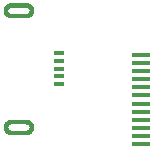
<source format=gbr>
%TF.GenerationSoftware,KiCad,Pcbnew,(5.1.6)-1*%
%TF.CreationDate,2021-05-28T10:30:19+02:00*%
%TF.ProjectId,Kicad_Smart_Watch,4b696361-645f-4536-9d61-72745f576174,rev?*%
%TF.SameCoordinates,Original*%
%TF.FileFunction,Paste,Bot*%
%TF.FilePolarity,Positive*%
%FSLAX46Y46*%
G04 Gerber Fmt 4.6, Leading zero omitted, Abs format (unit mm)*
G04 Created by KiCad (PCBNEW (5.1.6)-1) date 2021-05-28 10:30:19*
%MOMM*%
%LPD*%
G01*
G04 APERTURE LIST*
%ADD10C,0.001000*%
%ADD11R,0.950000X0.430000*%
%ADD12R,1.524000X0.345000*%
G04 APERTURE END LIST*
D10*
%TO.C,U3*%
G36*
X85217000Y-74163500D02*
G01*
X85217000Y-74463500D01*
X84567000Y-74463500D01*
X84535598Y-74462678D01*
X84504283Y-74460213D01*
X84473139Y-74456113D01*
X84442253Y-74450389D01*
X84411709Y-74443055D01*
X84381590Y-74434134D01*
X84351979Y-74423648D01*
X84322958Y-74411627D01*
X84294606Y-74398104D01*
X84267000Y-74383115D01*
X84240217Y-74366702D01*
X84214329Y-74348910D01*
X84189408Y-74329788D01*
X84165522Y-74309387D01*
X84142736Y-74287764D01*
X84121113Y-74264978D01*
X84100712Y-74241092D01*
X84081590Y-74216171D01*
X84063798Y-74190283D01*
X84047385Y-74163500D01*
X84032396Y-74135894D01*
X84018873Y-74107542D01*
X84006852Y-74078521D01*
X83996366Y-74048910D01*
X83987445Y-74018791D01*
X83980111Y-73988247D01*
X83974387Y-73957361D01*
X83970287Y-73926217D01*
X83967822Y-73894902D01*
X83967000Y-73863500D01*
X83967822Y-73832098D01*
X83970287Y-73800783D01*
X83974387Y-73769639D01*
X83980111Y-73738753D01*
X83987445Y-73708209D01*
X83996366Y-73678090D01*
X84006852Y-73648479D01*
X84018873Y-73619458D01*
X84032396Y-73591106D01*
X84047385Y-73563500D01*
X84063798Y-73536717D01*
X84081590Y-73510829D01*
X84100712Y-73485908D01*
X84121113Y-73462022D01*
X84142736Y-73439236D01*
X84165522Y-73417613D01*
X84189408Y-73397212D01*
X84214329Y-73378090D01*
X84240217Y-73360298D01*
X84267000Y-73343885D01*
X84294606Y-73328896D01*
X84322958Y-73315373D01*
X84351979Y-73303352D01*
X84381590Y-73292866D01*
X84411709Y-73283945D01*
X84442253Y-73276611D01*
X84473139Y-73270887D01*
X84504283Y-73266787D01*
X84535598Y-73264322D01*
X84567000Y-73263500D01*
X85217000Y-73263500D01*
X85217000Y-73563500D01*
X84567000Y-73563500D01*
X84551299Y-73563911D01*
X84535641Y-73565143D01*
X84520070Y-73567193D01*
X84504626Y-73570056D01*
X84489354Y-73573722D01*
X84474295Y-73578183D01*
X84459490Y-73583426D01*
X84444979Y-73589436D01*
X84430803Y-73596198D01*
X84417000Y-73603692D01*
X84403608Y-73611899D01*
X84390664Y-73620795D01*
X84378204Y-73630356D01*
X84366261Y-73640557D01*
X84354868Y-73651368D01*
X84344057Y-73662761D01*
X84333856Y-73674704D01*
X84324295Y-73687164D01*
X84315399Y-73700108D01*
X84307192Y-73713500D01*
X84299698Y-73727303D01*
X84292936Y-73741479D01*
X84286926Y-73755990D01*
X84281683Y-73770795D01*
X84277222Y-73785854D01*
X84273556Y-73801126D01*
X84270693Y-73816570D01*
X84268643Y-73832141D01*
X84267411Y-73847799D01*
X84267000Y-73863500D01*
X84267411Y-73879201D01*
X84268643Y-73894859D01*
X84270693Y-73910430D01*
X84273556Y-73925874D01*
X84277222Y-73941146D01*
X84281683Y-73956205D01*
X84286926Y-73971010D01*
X84292936Y-73985521D01*
X84299698Y-73999697D01*
X84307192Y-74013500D01*
X84315399Y-74026892D01*
X84324295Y-74039836D01*
X84333856Y-74052296D01*
X84344057Y-74064239D01*
X84354868Y-74075632D01*
X84366261Y-74086443D01*
X84378204Y-74096644D01*
X84390664Y-74106205D01*
X84403608Y-74115101D01*
X84417000Y-74123308D01*
X84430803Y-74130802D01*
X84444979Y-74137564D01*
X84459490Y-74143574D01*
X84474295Y-74148817D01*
X84489354Y-74153278D01*
X84504626Y-74156944D01*
X84520070Y-74159807D01*
X84535641Y-74161857D01*
X84551299Y-74163089D01*
X84567000Y-74163500D01*
X85217000Y-74163500D01*
G37*
X85217000Y-74163500D02*
X85217000Y-74463500D01*
X84567000Y-74463500D01*
X84535598Y-74462678D01*
X84504283Y-74460213D01*
X84473139Y-74456113D01*
X84442253Y-74450389D01*
X84411709Y-74443055D01*
X84381590Y-74434134D01*
X84351979Y-74423648D01*
X84322958Y-74411627D01*
X84294606Y-74398104D01*
X84267000Y-74383115D01*
X84240217Y-74366702D01*
X84214329Y-74348910D01*
X84189408Y-74329788D01*
X84165522Y-74309387D01*
X84142736Y-74287764D01*
X84121113Y-74264978D01*
X84100712Y-74241092D01*
X84081590Y-74216171D01*
X84063798Y-74190283D01*
X84047385Y-74163500D01*
X84032396Y-74135894D01*
X84018873Y-74107542D01*
X84006852Y-74078521D01*
X83996366Y-74048910D01*
X83987445Y-74018791D01*
X83980111Y-73988247D01*
X83974387Y-73957361D01*
X83970287Y-73926217D01*
X83967822Y-73894902D01*
X83967000Y-73863500D01*
X83967822Y-73832098D01*
X83970287Y-73800783D01*
X83974387Y-73769639D01*
X83980111Y-73738753D01*
X83987445Y-73708209D01*
X83996366Y-73678090D01*
X84006852Y-73648479D01*
X84018873Y-73619458D01*
X84032396Y-73591106D01*
X84047385Y-73563500D01*
X84063798Y-73536717D01*
X84081590Y-73510829D01*
X84100712Y-73485908D01*
X84121113Y-73462022D01*
X84142736Y-73439236D01*
X84165522Y-73417613D01*
X84189408Y-73397212D01*
X84214329Y-73378090D01*
X84240217Y-73360298D01*
X84267000Y-73343885D01*
X84294606Y-73328896D01*
X84322958Y-73315373D01*
X84351979Y-73303352D01*
X84381590Y-73292866D01*
X84411709Y-73283945D01*
X84442253Y-73276611D01*
X84473139Y-73270887D01*
X84504283Y-73266787D01*
X84535598Y-73264322D01*
X84567000Y-73263500D01*
X85217000Y-73263500D01*
X85217000Y-73563500D01*
X84567000Y-73563500D01*
X84551299Y-73563911D01*
X84535641Y-73565143D01*
X84520070Y-73567193D01*
X84504626Y-73570056D01*
X84489354Y-73573722D01*
X84474295Y-73578183D01*
X84459490Y-73583426D01*
X84444979Y-73589436D01*
X84430803Y-73596198D01*
X84417000Y-73603692D01*
X84403608Y-73611899D01*
X84390664Y-73620795D01*
X84378204Y-73630356D01*
X84366261Y-73640557D01*
X84354868Y-73651368D01*
X84344057Y-73662761D01*
X84333856Y-73674704D01*
X84324295Y-73687164D01*
X84315399Y-73700108D01*
X84307192Y-73713500D01*
X84299698Y-73727303D01*
X84292936Y-73741479D01*
X84286926Y-73755990D01*
X84281683Y-73770795D01*
X84277222Y-73785854D01*
X84273556Y-73801126D01*
X84270693Y-73816570D01*
X84268643Y-73832141D01*
X84267411Y-73847799D01*
X84267000Y-73863500D01*
X84267411Y-73879201D01*
X84268643Y-73894859D01*
X84270693Y-73910430D01*
X84273556Y-73925874D01*
X84277222Y-73941146D01*
X84281683Y-73956205D01*
X84286926Y-73971010D01*
X84292936Y-73985521D01*
X84299698Y-73999697D01*
X84307192Y-74013500D01*
X84315399Y-74026892D01*
X84324295Y-74039836D01*
X84333856Y-74052296D01*
X84344057Y-74064239D01*
X84354868Y-74075632D01*
X84366261Y-74086443D01*
X84378204Y-74096644D01*
X84390664Y-74106205D01*
X84403608Y-74115101D01*
X84417000Y-74123308D01*
X84430803Y-74130802D01*
X84444979Y-74137564D01*
X84459490Y-74143574D01*
X84474295Y-74148817D01*
X84489354Y-74153278D01*
X84504626Y-74156944D01*
X84520070Y-74159807D01*
X84535641Y-74161857D01*
X84551299Y-74163089D01*
X84567000Y-74163500D01*
X85217000Y-74163500D01*
G36*
X85217000Y-73563500D02*
G01*
X85217000Y-73263500D01*
X85867000Y-73263500D01*
X85898402Y-73264322D01*
X85929717Y-73266787D01*
X85960861Y-73270887D01*
X85991747Y-73276611D01*
X86022291Y-73283945D01*
X86052410Y-73292866D01*
X86082021Y-73303352D01*
X86111042Y-73315373D01*
X86139394Y-73328896D01*
X86167000Y-73343885D01*
X86193783Y-73360298D01*
X86219671Y-73378090D01*
X86244592Y-73397212D01*
X86268478Y-73417613D01*
X86291264Y-73439236D01*
X86312887Y-73462022D01*
X86333288Y-73485908D01*
X86352410Y-73510829D01*
X86370202Y-73536717D01*
X86386615Y-73563500D01*
X86401604Y-73591106D01*
X86415127Y-73619458D01*
X86427148Y-73648479D01*
X86437634Y-73678090D01*
X86446555Y-73708209D01*
X86453889Y-73738753D01*
X86459613Y-73769639D01*
X86463713Y-73800783D01*
X86466178Y-73832098D01*
X86467000Y-73863500D01*
X86466178Y-73894902D01*
X86463713Y-73926217D01*
X86459613Y-73957361D01*
X86453889Y-73988247D01*
X86446555Y-74018791D01*
X86437634Y-74048910D01*
X86427148Y-74078521D01*
X86415127Y-74107542D01*
X86401604Y-74135894D01*
X86386615Y-74163500D01*
X86370202Y-74190283D01*
X86352410Y-74216171D01*
X86333288Y-74241092D01*
X86312887Y-74264978D01*
X86291264Y-74287764D01*
X86268478Y-74309387D01*
X86244592Y-74329788D01*
X86219671Y-74348910D01*
X86193783Y-74366702D01*
X86167000Y-74383115D01*
X86139394Y-74398104D01*
X86111042Y-74411627D01*
X86082021Y-74423648D01*
X86052410Y-74434134D01*
X86022291Y-74443055D01*
X85991747Y-74450389D01*
X85960861Y-74456113D01*
X85929717Y-74460213D01*
X85898402Y-74462678D01*
X85867000Y-74463500D01*
X85217000Y-74463500D01*
X85217000Y-74163500D01*
X85867000Y-74163500D01*
X85882701Y-74163089D01*
X85898359Y-74161857D01*
X85913930Y-74159807D01*
X85929374Y-74156944D01*
X85944646Y-74153278D01*
X85959705Y-74148817D01*
X85974510Y-74143574D01*
X85989021Y-74137564D01*
X86003197Y-74130802D01*
X86017000Y-74123308D01*
X86030392Y-74115101D01*
X86043336Y-74106205D01*
X86055796Y-74096644D01*
X86067739Y-74086443D01*
X86079132Y-74075632D01*
X86089943Y-74064239D01*
X86100144Y-74052296D01*
X86109705Y-74039836D01*
X86118601Y-74026892D01*
X86126808Y-74013500D01*
X86134302Y-73999697D01*
X86141064Y-73985521D01*
X86147074Y-73971010D01*
X86152317Y-73956205D01*
X86156778Y-73941146D01*
X86160444Y-73925874D01*
X86163307Y-73910430D01*
X86165357Y-73894859D01*
X86166589Y-73879201D01*
X86167000Y-73863500D01*
X86166589Y-73847799D01*
X86165357Y-73832141D01*
X86163307Y-73816570D01*
X86160444Y-73801126D01*
X86156778Y-73785854D01*
X86152317Y-73770795D01*
X86147074Y-73755990D01*
X86141064Y-73741479D01*
X86134302Y-73727303D01*
X86126808Y-73713500D01*
X86118601Y-73700108D01*
X86109705Y-73687164D01*
X86100144Y-73674704D01*
X86089943Y-73662761D01*
X86079132Y-73651368D01*
X86067739Y-73640557D01*
X86055796Y-73630356D01*
X86043336Y-73620795D01*
X86030392Y-73611899D01*
X86017000Y-73603692D01*
X86003197Y-73596198D01*
X85989021Y-73589436D01*
X85974510Y-73583426D01*
X85959705Y-73578183D01*
X85944646Y-73573722D01*
X85929374Y-73570056D01*
X85913930Y-73567193D01*
X85898359Y-73565143D01*
X85882701Y-73563911D01*
X85867000Y-73563500D01*
X85217000Y-73563500D01*
G37*
X85217000Y-73563500D02*
X85217000Y-73263500D01*
X85867000Y-73263500D01*
X85898402Y-73264322D01*
X85929717Y-73266787D01*
X85960861Y-73270887D01*
X85991747Y-73276611D01*
X86022291Y-73283945D01*
X86052410Y-73292866D01*
X86082021Y-73303352D01*
X86111042Y-73315373D01*
X86139394Y-73328896D01*
X86167000Y-73343885D01*
X86193783Y-73360298D01*
X86219671Y-73378090D01*
X86244592Y-73397212D01*
X86268478Y-73417613D01*
X86291264Y-73439236D01*
X86312887Y-73462022D01*
X86333288Y-73485908D01*
X86352410Y-73510829D01*
X86370202Y-73536717D01*
X86386615Y-73563500D01*
X86401604Y-73591106D01*
X86415127Y-73619458D01*
X86427148Y-73648479D01*
X86437634Y-73678090D01*
X86446555Y-73708209D01*
X86453889Y-73738753D01*
X86459613Y-73769639D01*
X86463713Y-73800783D01*
X86466178Y-73832098D01*
X86467000Y-73863500D01*
X86466178Y-73894902D01*
X86463713Y-73926217D01*
X86459613Y-73957361D01*
X86453889Y-73988247D01*
X86446555Y-74018791D01*
X86437634Y-74048910D01*
X86427148Y-74078521D01*
X86415127Y-74107542D01*
X86401604Y-74135894D01*
X86386615Y-74163500D01*
X86370202Y-74190283D01*
X86352410Y-74216171D01*
X86333288Y-74241092D01*
X86312887Y-74264978D01*
X86291264Y-74287764D01*
X86268478Y-74309387D01*
X86244592Y-74329788D01*
X86219671Y-74348910D01*
X86193783Y-74366702D01*
X86167000Y-74383115D01*
X86139394Y-74398104D01*
X86111042Y-74411627D01*
X86082021Y-74423648D01*
X86052410Y-74434134D01*
X86022291Y-74443055D01*
X85991747Y-74450389D01*
X85960861Y-74456113D01*
X85929717Y-74460213D01*
X85898402Y-74462678D01*
X85867000Y-74463500D01*
X85217000Y-74463500D01*
X85217000Y-74163500D01*
X85867000Y-74163500D01*
X85882701Y-74163089D01*
X85898359Y-74161857D01*
X85913930Y-74159807D01*
X85929374Y-74156944D01*
X85944646Y-74153278D01*
X85959705Y-74148817D01*
X85974510Y-74143574D01*
X85989021Y-74137564D01*
X86003197Y-74130802D01*
X86017000Y-74123308D01*
X86030392Y-74115101D01*
X86043336Y-74106205D01*
X86055796Y-74096644D01*
X86067739Y-74086443D01*
X86079132Y-74075632D01*
X86089943Y-74064239D01*
X86100144Y-74052296D01*
X86109705Y-74039836D01*
X86118601Y-74026892D01*
X86126808Y-74013500D01*
X86134302Y-73999697D01*
X86141064Y-73985521D01*
X86147074Y-73971010D01*
X86152317Y-73956205D01*
X86156778Y-73941146D01*
X86160444Y-73925874D01*
X86163307Y-73910430D01*
X86165357Y-73894859D01*
X86166589Y-73879201D01*
X86167000Y-73863500D01*
X86166589Y-73847799D01*
X86165357Y-73832141D01*
X86163307Y-73816570D01*
X86160444Y-73801126D01*
X86156778Y-73785854D01*
X86152317Y-73770795D01*
X86147074Y-73755990D01*
X86141064Y-73741479D01*
X86134302Y-73727303D01*
X86126808Y-73713500D01*
X86118601Y-73700108D01*
X86109705Y-73687164D01*
X86100144Y-73674704D01*
X86089943Y-73662761D01*
X86079132Y-73651368D01*
X86067739Y-73640557D01*
X86055796Y-73630356D01*
X86043336Y-73620795D01*
X86030392Y-73611899D01*
X86017000Y-73603692D01*
X86003197Y-73596198D01*
X85989021Y-73589436D01*
X85974510Y-73583426D01*
X85959705Y-73578183D01*
X85944646Y-73573722D01*
X85929374Y-73570056D01*
X85913930Y-73567193D01*
X85898359Y-73565143D01*
X85882701Y-73563911D01*
X85867000Y-73563500D01*
X85217000Y-73563500D01*
G36*
X85217000Y-84043500D02*
G01*
X85217000Y-84343500D01*
X84567000Y-84343500D01*
X84535598Y-84342678D01*
X84504283Y-84340213D01*
X84473139Y-84336113D01*
X84442253Y-84330389D01*
X84411709Y-84323055D01*
X84381590Y-84314134D01*
X84351979Y-84303648D01*
X84322958Y-84291627D01*
X84294606Y-84278104D01*
X84267000Y-84263115D01*
X84240217Y-84246702D01*
X84214329Y-84228910D01*
X84189408Y-84209788D01*
X84165522Y-84189387D01*
X84142736Y-84167764D01*
X84121113Y-84144978D01*
X84100712Y-84121092D01*
X84081590Y-84096171D01*
X84063798Y-84070283D01*
X84047385Y-84043500D01*
X84032396Y-84015894D01*
X84018873Y-83987542D01*
X84006852Y-83958521D01*
X83996366Y-83928910D01*
X83987445Y-83898791D01*
X83980111Y-83868247D01*
X83974387Y-83837361D01*
X83970287Y-83806217D01*
X83967822Y-83774902D01*
X83967000Y-83743500D01*
X83967822Y-83712098D01*
X83970287Y-83680783D01*
X83974387Y-83649639D01*
X83980111Y-83618753D01*
X83987445Y-83588209D01*
X83996366Y-83558090D01*
X84006852Y-83528479D01*
X84018873Y-83499458D01*
X84032396Y-83471106D01*
X84047385Y-83443500D01*
X84063798Y-83416717D01*
X84081590Y-83390829D01*
X84100712Y-83365908D01*
X84121113Y-83342022D01*
X84142736Y-83319236D01*
X84165522Y-83297613D01*
X84189408Y-83277212D01*
X84214329Y-83258090D01*
X84240217Y-83240298D01*
X84267000Y-83223885D01*
X84294606Y-83208896D01*
X84322958Y-83195373D01*
X84351979Y-83183352D01*
X84381590Y-83172866D01*
X84411709Y-83163945D01*
X84442253Y-83156611D01*
X84473139Y-83150887D01*
X84504283Y-83146787D01*
X84535598Y-83144322D01*
X84567000Y-83143500D01*
X85217000Y-83143500D01*
X85217000Y-83443500D01*
X84567000Y-83443500D01*
X84551299Y-83443911D01*
X84535641Y-83445143D01*
X84520070Y-83447193D01*
X84504626Y-83450056D01*
X84489354Y-83453722D01*
X84474295Y-83458183D01*
X84459490Y-83463426D01*
X84444979Y-83469436D01*
X84430803Y-83476198D01*
X84417000Y-83483692D01*
X84403608Y-83491899D01*
X84390664Y-83500795D01*
X84378204Y-83510356D01*
X84366261Y-83520557D01*
X84354868Y-83531368D01*
X84344057Y-83542761D01*
X84333856Y-83554704D01*
X84324295Y-83567164D01*
X84315399Y-83580108D01*
X84307192Y-83593500D01*
X84299698Y-83607303D01*
X84292936Y-83621479D01*
X84286926Y-83635990D01*
X84281683Y-83650795D01*
X84277222Y-83665854D01*
X84273556Y-83681126D01*
X84270693Y-83696570D01*
X84268643Y-83712141D01*
X84267411Y-83727799D01*
X84267000Y-83743500D01*
X84267411Y-83759201D01*
X84268643Y-83774859D01*
X84270693Y-83790430D01*
X84273556Y-83805874D01*
X84277222Y-83821146D01*
X84281683Y-83836205D01*
X84286926Y-83851010D01*
X84292936Y-83865521D01*
X84299698Y-83879697D01*
X84307192Y-83893500D01*
X84315399Y-83906892D01*
X84324295Y-83919836D01*
X84333856Y-83932296D01*
X84344057Y-83944239D01*
X84354868Y-83955632D01*
X84366261Y-83966443D01*
X84378204Y-83976644D01*
X84390664Y-83986205D01*
X84403608Y-83995101D01*
X84417000Y-84003308D01*
X84430803Y-84010802D01*
X84444979Y-84017564D01*
X84459490Y-84023574D01*
X84474295Y-84028817D01*
X84489354Y-84033278D01*
X84504626Y-84036944D01*
X84520070Y-84039807D01*
X84535641Y-84041857D01*
X84551299Y-84043089D01*
X84567000Y-84043500D01*
X85217000Y-84043500D01*
G37*
X85217000Y-84043500D02*
X85217000Y-84343500D01*
X84567000Y-84343500D01*
X84535598Y-84342678D01*
X84504283Y-84340213D01*
X84473139Y-84336113D01*
X84442253Y-84330389D01*
X84411709Y-84323055D01*
X84381590Y-84314134D01*
X84351979Y-84303648D01*
X84322958Y-84291627D01*
X84294606Y-84278104D01*
X84267000Y-84263115D01*
X84240217Y-84246702D01*
X84214329Y-84228910D01*
X84189408Y-84209788D01*
X84165522Y-84189387D01*
X84142736Y-84167764D01*
X84121113Y-84144978D01*
X84100712Y-84121092D01*
X84081590Y-84096171D01*
X84063798Y-84070283D01*
X84047385Y-84043500D01*
X84032396Y-84015894D01*
X84018873Y-83987542D01*
X84006852Y-83958521D01*
X83996366Y-83928910D01*
X83987445Y-83898791D01*
X83980111Y-83868247D01*
X83974387Y-83837361D01*
X83970287Y-83806217D01*
X83967822Y-83774902D01*
X83967000Y-83743500D01*
X83967822Y-83712098D01*
X83970287Y-83680783D01*
X83974387Y-83649639D01*
X83980111Y-83618753D01*
X83987445Y-83588209D01*
X83996366Y-83558090D01*
X84006852Y-83528479D01*
X84018873Y-83499458D01*
X84032396Y-83471106D01*
X84047385Y-83443500D01*
X84063798Y-83416717D01*
X84081590Y-83390829D01*
X84100712Y-83365908D01*
X84121113Y-83342022D01*
X84142736Y-83319236D01*
X84165522Y-83297613D01*
X84189408Y-83277212D01*
X84214329Y-83258090D01*
X84240217Y-83240298D01*
X84267000Y-83223885D01*
X84294606Y-83208896D01*
X84322958Y-83195373D01*
X84351979Y-83183352D01*
X84381590Y-83172866D01*
X84411709Y-83163945D01*
X84442253Y-83156611D01*
X84473139Y-83150887D01*
X84504283Y-83146787D01*
X84535598Y-83144322D01*
X84567000Y-83143500D01*
X85217000Y-83143500D01*
X85217000Y-83443500D01*
X84567000Y-83443500D01*
X84551299Y-83443911D01*
X84535641Y-83445143D01*
X84520070Y-83447193D01*
X84504626Y-83450056D01*
X84489354Y-83453722D01*
X84474295Y-83458183D01*
X84459490Y-83463426D01*
X84444979Y-83469436D01*
X84430803Y-83476198D01*
X84417000Y-83483692D01*
X84403608Y-83491899D01*
X84390664Y-83500795D01*
X84378204Y-83510356D01*
X84366261Y-83520557D01*
X84354868Y-83531368D01*
X84344057Y-83542761D01*
X84333856Y-83554704D01*
X84324295Y-83567164D01*
X84315399Y-83580108D01*
X84307192Y-83593500D01*
X84299698Y-83607303D01*
X84292936Y-83621479D01*
X84286926Y-83635990D01*
X84281683Y-83650795D01*
X84277222Y-83665854D01*
X84273556Y-83681126D01*
X84270693Y-83696570D01*
X84268643Y-83712141D01*
X84267411Y-83727799D01*
X84267000Y-83743500D01*
X84267411Y-83759201D01*
X84268643Y-83774859D01*
X84270693Y-83790430D01*
X84273556Y-83805874D01*
X84277222Y-83821146D01*
X84281683Y-83836205D01*
X84286926Y-83851010D01*
X84292936Y-83865521D01*
X84299698Y-83879697D01*
X84307192Y-83893500D01*
X84315399Y-83906892D01*
X84324295Y-83919836D01*
X84333856Y-83932296D01*
X84344057Y-83944239D01*
X84354868Y-83955632D01*
X84366261Y-83966443D01*
X84378204Y-83976644D01*
X84390664Y-83986205D01*
X84403608Y-83995101D01*
X84417000Y-84003308D01*
X84430803Y-84010802D01*
X84444979Y-84017564D01*
X84459490Y-84023574D01*
X84474295Y-84028817D01*
X84489354Y-84033278D01*
X84504626Y-84036944D01*
X84520070Y-84039807D01*
X84535641Y-84041857D01*
X84551299Y-84043089D01*
X84567000Y-84043500D01*
X85217000Y-84043500D01*
G36*
X85217000Y-83443500D02*
G01*
X85217000Y-83143500D01*
X85867000Y-83143500D01*
X85898402Y-83144322D01*
X85929717Y-83146787D01*
X85960861Y-83150887D01*
X85991747Y-83156611D01*
X86022291Y-83163945D01*
X86052410Y-83172866D01*
X86082021Y-83183352D01*
X86111042Y-83195373D01*
X86139394Y-83208896D01*
X86167000Y-83223885D01*
X86193783Y-83240298D01*
X86219671Y-83258090D01*
X86244592Y-83277212D01*
X86268478Y-83297613D01*
X86291264Y-83319236D01*
X86312887Y-83342022D01*
X86333288Y-83365908D01*
X86352410Y-83390829D01*
X86370202Y-83416717D01*
X86386615Y-83443500D01*
X86401604Y-83471106D01*
X86415127Y-83499458D01*
X86427148Y-83528479D01*
X86437634Y-83558090D01*
X86446555Y-83588209D01*
X86453889Y-83618753D01*
X86459613Y-83649639D01*
X86463713Y-83680783D01*
X86466178Y-83712098D01*
X86467000Y-83743500D01*
X86466178Y-83774902D01*
X86463713Y-83806217D01*
X86459613Y-83837361D01*
X86453889Y-83868247D01*
X86446555Y-83898791D01*
X86437634Y-83928910D01*
X86427148Y-83958521D01*
X86415127Y-83987542D01*
X86401604Y-84015894D01*
X86386615Y-84043500D01*
X86370202Y-84070283D01*
X86352410Y-84096171D01*
X86333288Y-84121092D01*
X86312887Y-84144978D01*
X86291264Y-84167764D01*
X86268478Y-84189387D01*
X86244592Y-84209788D01*
X86219671Y-84228910D01*
X86193783Y-84246702D01*
X86167000Y-84263115D01*
X86139394Y-84278104D01*
X86111042Y-84291627D01*
X86082021Y-84303648D01*
X86052410Y-84314134D01*
X86022291Y-84323055D01*
X85991747Y-84330389D01*
X85960861Y-84336113D01*
X85929717Y-84340213D01*
X85898402Y-84342678D01*
X85867000Y-84343500D01*
X85217000Y-84343500D01*
X85217000Y-84043500D01*
X85867000Y-84043500D01*
X85882701Y-84043089D01*
X85898359Y-84041857D01*
X85913930Y-84039807D01*
X85929374Y-84036944D01*
X85944646Y-84033278D01*
X85959705Y-84028817D01*
X85974510Y-84023574D01*
X85989021Y-84017564D01*
X86003197Y-84010802D01*
X86017000Y-84003308D01*
X86030392Y-83995101D01*
X86043336Y-83986205D01*
X86055796Y-83976644D01*
X86067739Y-83966443D01*
X86079132Y-83955632D01*
X86089943Y-83944239D01*
X86100144Y-83932296D01*
X86109705Y-83919836D01*
X86118601Y-83906892D01*
X86126808Y-83893500D01*
X86134302Y-83879697D01*
X86141064Y-83865521D01*
X86147074Y-83851010D01*
X86152317Y-83836205D01*
X86156778Y-83821146D01*
X86160444Y-83805874D01*
X86163307Y-83790430D01*
X86165357Y-83774859D01*
X86166589Y-83759201D01*
X86167000Y-83743500D01*
X86166589Y-83727799D01*
X86165357Y-83712141D01*
X86163307Y-83696570D01*
X86160444Y-83681126D01*
X86156778Y-83665854D01*
X86152317Y-83650795D01*
X86147074Y-83635990D01*
X86141064Y-83621479D01*
X86134302Y-83607303D01*
X86126808Y-83593500D01*
X86118601Y-83580108D01*
X86109705Y-83567164D01*
X86100144Y-83554704D01*
X86089943Y-83542761D01*
X86079132Y-83531368D01*
X86067739Y-83520557D01*
X86055796Y-83510356D01*
X86043336Y-83500795D01*
X86030392Y-83491899D01*
X86017000Y-83483692D01*
X86003197Y-83476198D01*
X85989021Y-83469436D01*
X85974510Y-83463426D01*
X85959705Y-83458183D01*
X85944646Y-83453722D01*
X85929374Y-83450056D01*
X85913930Y-83447193D01*
X85898359Y-83445143D01*
X85882701Y-83443911D01*
X85867000Y-83443500D01*
X85217000Y-83443500D01*
G37*
X85217000Y-83443500D02*
X85217000Y-83143500D01*
X85867000Y-83143500D01*
X85898402Y-83144322D01*
X85929717Y-83146787D01*
X85960861Y-83150887D01*
X85991747Y-83156611D01*
X86022291Y-83163945D01*
X86052410Y-83172866D01*
X86082021Y-83183352D01*
X86111042Y-83195373D01*
X86139394Y-83208896D01*
X86167000Y-83223885D01*
X86193783Y-83240298D01*
X86219671Y-83258090D01*
X86244592Y-83277212D01*
X86268478Y-83297613D01*
X86291264Y-83319236D01*
X86312887Y-83342022D01*
X86333288Y-83365908D01*
X86352410Y-83390829D01*
X86370202Y-83416717D01*
X86386615Y-83443500D01*
X86401604Y-83471106D01*
X86415127Y-83499458D01*
X86427148Y-83528479D01*
X86437634Y-83558090D01*
X86446555Y-83588209D01*
X86453889Y-83618753D01*
X86459613Y-83649639D01*
X86463713Y-83680783D01*
X86466178Y-83712098D01*
X86467000Y-83743500D01*
X86466178Y-83774902D01*
X86463713Y-83806217D01*
X86459613Y-83837361D01*
X86453889Y-83868247D01*
X86446555Y-83898791D01*
X86437634Y-83928910D01*
X86427148Y-83958521D01*
X86415127Y-83987542D01*
X86401604Y-84015894D01*
X86386615Y-84043500D01*
X86370202Y-84070283D01*
X86352410Y-84096171D01*
X86333288Y-84121092D01*
X86312887Y-84144978D01*
X86291264Y-84167764D01*
X86268478Y-84189387D01*
X86244592Y-84209788D01*
X86219671Y-84228910D01*
X86193783Y-84246702D01*
X86167000Y-84263115D01*
X86139394Y-84278104D01*
X86111042Y-84291627D01*
X86082021Y-84303648D01*
X86052410Y-84314134D01*
X86022291Y-84323055D01*
X85991747Y-84330389D01*
X85960861Y-84336113D01*
X85929717Y-84340213D01*
X85898402Y-84342678D01*
X85867000Y-84343500D01*
X85217000Y-84343500D01*
X85217000Y-84043500D01*
X85867000Y-84043500D01*
X85882701Y-84043089D01*
X85898359Y-84041857D01*
X85913930Y-84039807D01*
X85929374Y-84036944D01*
X85944646Y-84033278D01*
X85959705Y-84028817D01*
X85974510Y-84023574D01*
X85989021Y-84017564D01*
X86003197Y-84010802D01*
X86017000Y-84003308D01*
X86030392Y-83995101D01*
X86043336Y-83986205D01*
X86055796Y-83976644D01*
X86067739Y-83966443D01*
X86079132Y-83955632D01*
X86089943Y-83944239D01*
X86100144Y-83932296D01*
X86109705Y-83919836D01*
X86118601Y-83906892D01*
X86126808Y-83893500D01*
X86134302Y-83879697D01*
X86141064Y-83865521D01*
X86147074Y-83851010D01*
X86152317Y-83836205D01*
X86156778Y-83821146D01*
X86160444Y-83805874D01*
X86163307Y-83790430D01*
X86165357Y-83774859D01*
X86166589Y-83759201D01*
X86167000Y-83743500D01*
X86166589Y-83727799D01*
X86165357Y-83712141D01*
X86163307Y-83696570D01*
X86160444Y-83681126D01*
X86156778Y-83665854D01*
X86152317Y-83650795D01*
X86147074Y-83635990D01*
X86141064Y-83621479D01*
X86134302Y-83607303D01*
X86126808Y-83593500D01*
X86118601Y-83580108D01*
X86109705Y-83567164D01*
X86100144Y-83554704D01*
X86089943Y-83542761D01*
X86079132Y-83531368D01*
X86067739Y-83520557D01*
X86055796Y-83510356D01*
X86043336Y-83500795D01*
X86030392Y-83491899D01*
X86017000Y-83483692D01*
X86003197Y-83476198D01*
X85989021Y-83469436D01*
X85974510Y-83463426D01*
X85959705Y-83458183D01*
X85944646Y-83453722D01*
X85929374Y-83450056D01*
X85913930Y-83447193D01*
X85898359Y-83445143D01*
X85882701Y-83443911D01*
X85867000Y-83443500D01*
X85217000Y-83443500D01*
%TD*%
D11*
%TO.C,U3*%
X88692000Y-77503500D03*
X88692000Y-78153500D03*
X88692000Y-78803500D03*
X88692000Y-79453500D03*
X88692000Y-80103500D03*
%TD*%
D12*
%TO.C,J3*%
X95618300Y-83830160D03*
X95618300Y-85211920D03*
X95618300Y-83139280D03*
X95618300Y-84521040D03*
X95618300Y-81066640D03*
X95618300Y-82448400D03*
X95618300Y-80375760D03*
X95618300Y-81757520D03*
X95618300Y-79682340D03*
X95618300Y-78991460D03*
X95618300Y-78300580D03*
X95618300Y-77609700D03*
%TD*%
M02*

</source>
